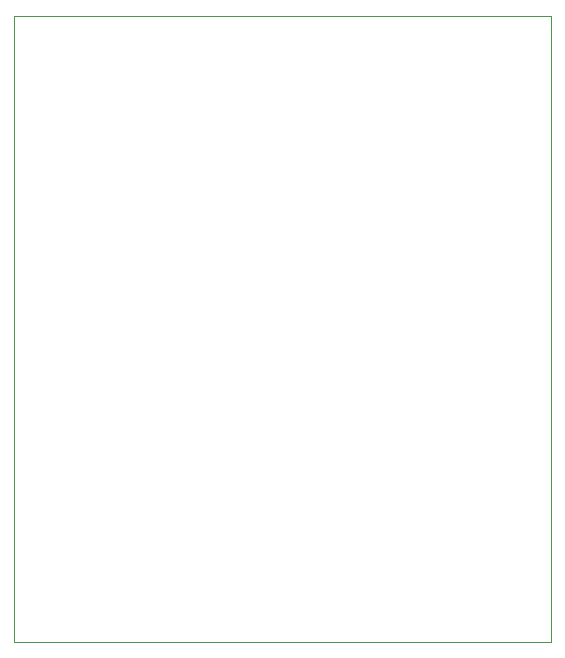
<source format=gbr>
G04 #@! TF.FileFunction,Profile,NP*
%FSLAX46Y46*%
G04 Gerber Fmt 4.6, Leading zero omitted, Abs format (unit mm)*
G04 Created by KiCad (PCBNEW 4.0.4-stable) date 01/27/17 12:31:46*
%MOMM*%
%LPD*%
G01*
G04 APERTURE LIST*
%ADD10C,0.100000*%
G04 APERTURE END LIST*
D10*
X126250000Y-69600000D02*
X126250000Y-122600000D01*
X171750000Y-69600000D02*
X126250000Y-69600000D01*
X171750000Y-122600000D02*
X171750000Y-69600000D01*
X126250000Y-122600000D02*
X171750000Y-122600000D01*
M02*

</source>
